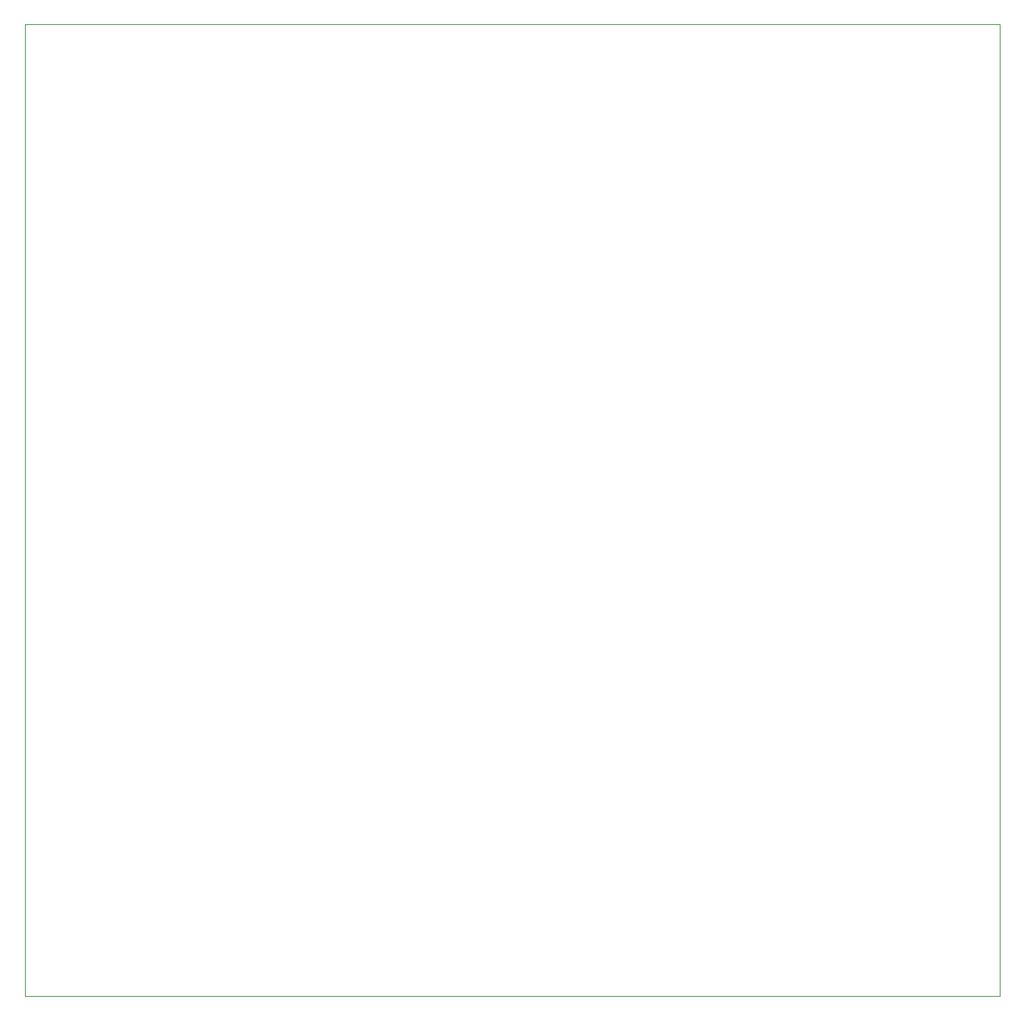
<source format=gbr>
%TF.GenerationSoftware,KiCad,Pcbnew,(6.0.0-0)*%
%TF.CreationDate,2022-01-19T10:54:39-05:00*%
%TF.ProjectId,Special-Purpose-Register-Backplane,53706563-6961-46c2-9d50-7572706f7365,rev?*%
%TF.SameCoordinates,Original*%
%TF.FileFunction,Profile,NP*%
%FSLAX46Y46*%
G04 Gerber Fmt 4.6, Leading zero omitted, Abs format (unit mm)*
G04 Created by KiCad (PCBNEW (6.0.0-0)) date 2022-01-19 10:54:39*
%MOMM*%
%LPD*%
G01*
G04 APERTURE LIST*
%TA.AperFunction,Profile*%
%ADD10C,0.100000*%
%TD*%
G04 APERTURE END LIST*
D10*
X102616000Y-17780000D02*
X211582000Y-17780000D01*
X211582000Y-17780000D02*
X211582000Y-126492000D01*
X211582000Y-126492000D02*
X102616000Y-126492000D01*
X102616000Y-126492000D02*
X102616000Y-17780000D01*
M02*

</source>
